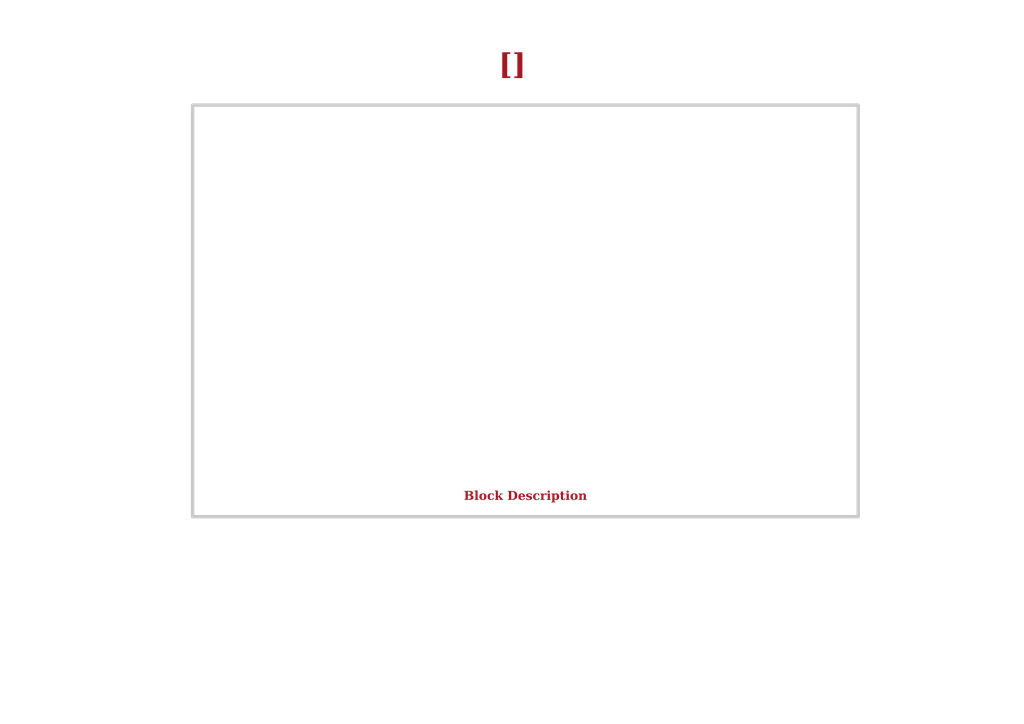
<source format=kicad_sch>
(kicad_sch
	(version 20250114)
	(generator "eeschema")
	(generator_version "9.0")
	(uuid "ea8c4f5e-7a49-4faf-a994-dbc85ed86b0a")
	(paper "A4")
	(title_block
		(title "Sheet Title A")
		(date "Last Modified Date")
		(rev "${REVISION}")
		(company "${COMPANY}")
	)
	(lib_symbols)
	(rectangle
		(start 55.88 30.48)
		(end 248.92 149.86)
		(stroke
			(width 1)
			(type default)
			(color 200 200 200 1)
		)
		(fill
			(type none)
		)
		(uuid bb86d4de-8a6c-49fd-bb3c-0c8f9cc72e55)
	)
	(text_box "[${#}] ${SHEETNAME}"
		(exclude_from_sim no)
		(at 12.7 12.7 0)
		(size 271.78 12.7)
		(margins 4.4999 4.4999 4.4999 4.4999)
		(stroke
			(width -0.0001)
			(type solid)
		)
		(fill
			(type none)
		)
		(effects
			(font
				(face "Times New Roman")
				(size 6 6)
				(thickness 1.2)
				(bold yes)
				(color 162 22 34 1)
			)
		)
		(uuid "b2c13488-4f2f-433b-bdc6-d210d1646aca")
	)
	(text_box "Block Description"
		(exclude_from_sim no)
		(at 57.15 139.7 0)
		(size 190.5 7.62)
		(margins 1.9049 1.9049 1.9049 1.9049)
		(stroke
			(width -0.0001)
			(type default)
		)
		(fill
			(type none)
		)
		(effects
			(font
				(face "Times New Roman")
				(size 2.54 2.54)
				(thickness 0.508)
				(bold yes)
				(color 162 22 34 1)
			)
			(justify bottom)
		)
		(uuid "b610ad11-6470-4e17-bb6a-df05c5ad2515")
	)
)

</source>
